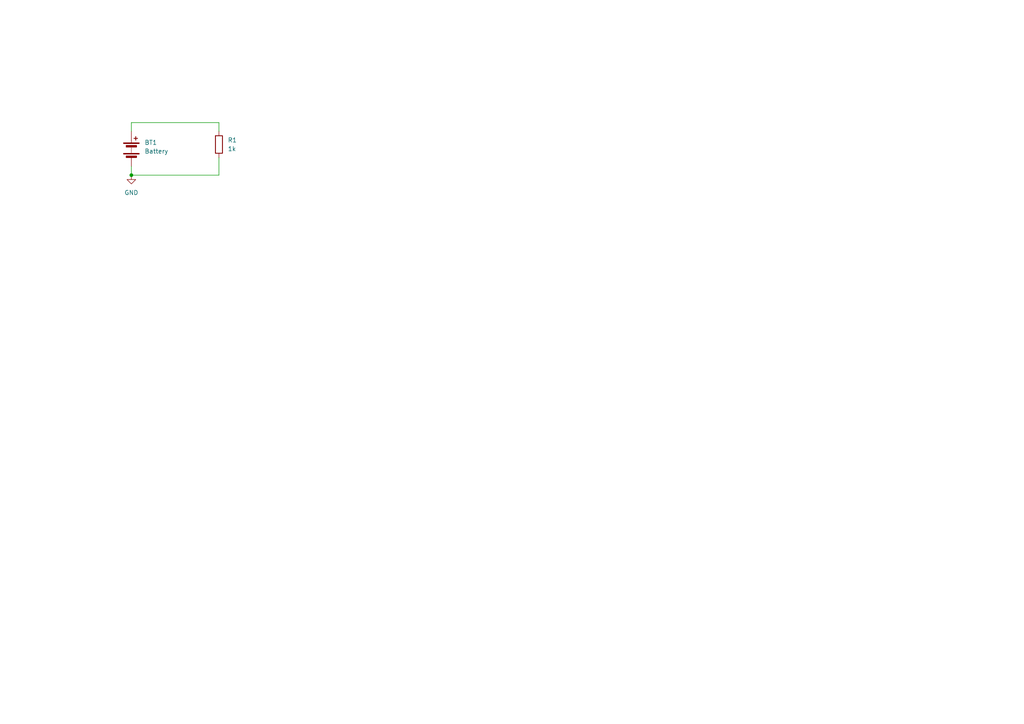
<source format=kicad_sch>
(kicad_sch
	(version 20250114)
	(generator "eeschema")
	(generator_version "9.0")
	(uuid "d13f3adc-61bf-4dad-bd39-f4c5301d7b7c")
	(paper "A4")
	(lib_symbols
		(symbol "Device:Battery"
			(pin_numbers
				(hide yes)
			)
			(pin_names
				(offset 0)
				(hide yes)
			)
			(exclude_from_sim no)
			(in_bom yes)
			(on_board yes)
			(property "Reference" "BT"
				(at 2.54 2.54 0)
				(effects
					(font
						(size 1.27 1.27)
					)
					(justify left)
				)
			)
			(property "Value" "Battery"
				(at 2.54 0 0)
				(effects
					(font
						(size 1.27 1.27)
					)
					(justify left)
				)
			)
			(property "Footprint" ""
				(at 0 1.524 90)
				(effects
					(font
						(size 1.27 1.27)
					)
					(hide yes)
				)
			)
			(property "Datasheet" "~"
				(at 0 1.524 90)
				(effects
					(font
						(size 1.27 1.27)
					)
					(hide yes)
				)
			)
			(property "Description" "Multiple-cell battery"
				(at 0 0 0)
				(effects
					(font
						(size 1.27 1.27)
					)
					(hide yes)
				)
			)
			(property "ki_keywords" "batt voltage-source cell"
				(at 0 0 0)
				(effects
					(font
						(size 1.27 1.27)
					)
					(hide yes)
				)
			)
			(symbol "Battery_0_1"
				(rectangle
					(start -2.286 1.778)
					(end 2.286 1.524)
					(stroke
						(width 0)
						(type default)
					)
					(fill
						(type outline)
					)
				)
				(rectangle
					(start -2.286 -1.27)
					(end 2.286 -1.524)
					(stroke
						(width 0)
						(type default)
					)
					(fill
						(type outline)
					)
				)
				(rectangle
					(start -1.524 1.016)
					(end 1.524 0.508)
					(stroke
						(width 0)
						(type default)
					)
					(fill
						(type outline)
					)
				)
				(rectangle
					(start -1.524 -2.032)
					(end 1.524 -2.54)
					(stroke
						(width 0)
						(type default)
					)
					(fill
						(type outline)
					)
				)
				(polyline
					(pts
						(xy 0 1.778) (xy 0 2.54)
					)
					(stroke
						(width 0)
						(type default)
					)
					(fill
						(type none)
					)
				)
				(polyline
					(pts
						(xy 0 0) (xy 0 0.254)
					)
					(stroke
						(width 0)
						(type default)
					)
					(fill
						(type none)
					)
				)
				(polyline
					(pts
						(xy 0 -0.508) (xy 0 -0.254)
					)
					(stroke
						(width 0)
						(type default)
					)
					(fill
						(type none)
					)
				)
				(polyline
					(pts
						(xy 0 -1.016) (xy 0 -0.762)
					)
					(stroke
						(width 0)
						(type default)
					)
					(fill
						(type none)
					)
				)
				(polyline
					(pts
						(xy 0.762 3.048) (xy 1.778 3.048)
					)
					(stroke
						(width 0.254)
						(type default)
					)
					(fill
						(type none)
					)
				)
				(polyline
					(pts
						(xy 1.27 3.556) (xy 1.27 2.54)
					)
					(stroke
						(width 0.254)
						(type default)
					)
					(fill
						(type none)
					)
				)
			)
			(symbol "Battery_1_1"
				(pin passive line
					(at 0 5.08 270)
					(length 2.54)
					(name "+"
						(effects
							(font
								(size 1.27 1.27)
							)
						)
					)
					(number "1"
						(effects
							(font
								(size 1.27 1.27)
							)
						)
					)
				)
				(pin passive line
					(at 0 -5.08 90)
					(length 2.54)
					(name "-"
						(effects
							(font
								(size 1.27 1.27)
							)
						)
					)
					(number "2"
						(effects
							(font
								(size 1.27 1.27)
							)
						)
					)
				)
			)
			(embedded_fonts no)
		)
		(symbol "Device:R"
			(pin_numbers
				(hide yes)
			)
			(pin_names
				(offset 0)
			)
			(exclude_from_sim no)
			(in_bom yes)
			(on_board yes)
			(property "Reference" "R"
				(at 2.032 0 90)
				(effects
					(font
						(size 1.27 1.27)
					)
				)
			)
			(property "Value" "R"
				(at 0 0 90)
				(effects
					(font
						(size 1.27 1.27)
					)
				)
			)
			(property "Footprint" ""
				(at -1.778 0 90)
				(effects
					(font
						(size 1.27 1.27)
					)
					(hide yes)
				)
			)
			(property "Datasheet" "~"
				(at 0 0 0)
				(effects
					(font
						(size 1.27 1.27)
					)
					(hide yes)
				)
			)
			(property "Description" "Resistor"
				(at 0 0 0)
				(effects
					(font
						(size 1.27 1.27)
					)
					(hide yes)
				)
			)
			(property "ki_keywords" "R res resistor"
				(at 0 0 0)
				(effects
					(font
						(size 1.27 1.27)
					)
					(hide yes)
				)
			)
			(property "ki_fp_filters" "R_*"
				(at 0 0 0)
				(effects
					(font
						(size 1.27 1.27)
					)
					(hide yes)
				)
			)
			(symbol "R_0_1"
				(rectangle
					(start -1.016 -2.54)
					(end 1.016 2.54)
					(stroke
						(width 0.254)
						(type default)
					)
					(fill
						(type none)
					)
				)
			)
			(symbol "R_1_1"
				(pin passive line
					(at 0 3.81 270)
					(length 1.27)
					(name "~"
						(effects
							(font
								(size 1.27 1.27)
							)
						)
					)
					(number "1"
						(effects
							(font
								(size 1.27 1.27)
							)
						)
					)
				)
				(pin passive line
					(at 0 -3.81 90)
					(length 1.27)
					(name "~"
						(effects
							(font
								(size 1.27 1.27)
							)
						)
					)
					(number "2"
						(effects
							(font
								(size 1.27 1.27)
							)
						)
					)
				)
			)
			(embedded_fonts no)
		)
		(symbol "power:GND"
			(power)
			(pin_numbers
				(hide yes)
			)
			(pin_names
				(offset 0)
				(hide yes)
			)
			(exclude_from_sim no)
			(in_bom yes)
			(on_board yes)
			(property "Reference" "#PWR"
				(at 0 -6.35 0)
				(effects
					(font
						(size 1.27 1.27)
					)
					(hide yes)
				)
			)
			(property "Value" "GND"
				(at 0 -3.81 0)
				(effects
					(font
						(size 1.27 1.27)
					)
				)
			)
			(property "Footprint" ""
				(at 0 0 0)
				(effects
					(font
						(size 1.27 1.27)
					)
					(hide yes)
				)
			)
			(property "Datasheet" ""
				(at 0 0 0)
				(effects
					(font
						(size 1.27 1.27)
					)
					(hide yes)
				)
			)
			(property "Description" "Power symbol creates a global label with name \"GND\" , ground"
				(at 0 0 0)
				(effects
					(font
						(size 1.27 1.27)
					)
					(hide yes)
				)
			)
			(property "ki_keywords" "global power"
				(at 0 0 0)
				(effects
					(font
						(size 1.27 1.27)
					)
					(hide yes)
				)
			)
			(symbol "GND_0_1"
				(polyline
					(pts
						(xy 0 0) (xy 0 -1.27) (xy 1.27 -1.27) (xy 0 -2.54) (xy -1.27 -1.27) (xy 0 -1.27)
					)
					(stroke
						(width 0)
						(type default)
					)
					(fill
						(type none)
					)
				)
			)
			(symbol "GND_1_1"
				(pin power_in line
					(at 0 0 270)
					(length 0)
					(name "~"
						(effects
							(font
								(size 1.27 1.27)
							)
						)
					)
					(number "1"
						(effects
							(font
								(size 1.27 1.27)
							)
						)
					)
				)
			)
			(embedded_fonts no)
		)
	)
	(junction
		(at 38.1 50.8)
		(diameter 0)
		(color 0 0 0 0)
		(uuid "890f8c14-ddc1-496b-9b86-d48a6ea7a349")
	)
	(wire
		(pts
			(xy 38.1 35.56) (xy 63.5 35.56)
		)
		(stroke
			(width 0)
			(type default)
		)
		(uuid "04834518-b3d5-47e1-82a5-b93c2b223dd2")
	)
	(wire
		(pts
			(xy 38.1 50.8) (xy 63.5 50.8)
		)
		(stroke
			(width 0)
			(type default)
		)
		(uuid "2ce0baad-f3f2-4d67-9669-7318fb7428e3")
	)
	(wire
		(pts
			(xy 38.1 38.1) (xy 38.1 35.56)
		)
		(stroke
			(width 0)
			(type default)
		)
		(uuid "5204079f-3b44-44d4-84be-ab0a9e03f047")
	)
	(wire
		(pts
			(xy 63.5 35.56) (xy 63.5 38.1)
		)
		(stroke
			(width 0)
			(type default)
		)
		(uuid "cd2abe42-9537-49bc-896c-00ec28490d6e")
	)
	(wire
		(pts
			(xy 63.5 50.8) (xy 63.5 45.72)
		)
		(stroke
			(width 0)
			(type default)
		)
		(uuid "eb1ed90f-9f41-4b4b-af11-6405942ae3ee")
	)
	(wire
		(pts
			(xy 38.1 48.26) (xy 38.1 50.8)
		)
		(stroke
			(width 0)
			(type default)
		)
		(uuid "fa4f049a-7350-4ba7-875b-3e3f9e3f4cfb")
	)
	(symbol
		(lib_id "Device:Battery")
		(at 38.1 43.18 0)
		(unit 1)
		(exclude_from_sim no)
		(in_bom yes)
		(on_board yes)
		(dnp no)
		(fields_autoplaced yes)
		(uuid "126831a2-1213-40e2-9fc8-56949895477c")
		(property "Reference" "BT1"
			(at 41.91 41.3385 0)
			(effects
				(font
					(size 1.27 1.27)
				)
				(justify left)
			)
		)
		(property "Value" "Battery"
			(at 41.91 43.8785 0)
			(effects
				(font
					(size 1.27 1.27)
				)
				(justify left)
			)
		)
		(property "Footprint" "Connector_PinHeader_2.54mm:PinHeader_1x02_P2.54mm_Vertical"
			(at 38.1 41.656 90)
			(effects
				(font
					(size 1.27 1.27)
				)
				(hide yes)
			)
		)
		(property "Datasheet" "~"
			(at 38.1 41.656 90)
			(effects
				(font
					(size 1.27 1.27)
				)
				(hide yes)
			)
		)
		(property "Description" "Multiple-cell battery"
			(at 38.1 43.18 0)
			(effects
				(font
					(size 1.27 1.27)
				)
				(hide yes)
			)
		)
		(pin "2"
			(uuid "10271cab-53f9-4597-b41b-35754150f783")
		)
		(pin "1"
			(uuid "38a5bad0-3909-48b8-a8fd-c350095436ac")
		)
		(instances
			(project ""
				(path "/d13f3adc-61bf-4dad-bd39-f4c5301d7b7c"
					(reference "BT1")
					(unit 1)
				)
			)
		)
	)
	(symbol
		(lib_id "Device:R")
		(at 63.5 41.91 0)
		(unit 1)
		(exclude_from_sim no)
		(in_bom yes)
		(on_board yes)
		(dnp no)
		(fields_autoplaced yes)
		(uuid "3174a479-c4fb-4c3f-9767-c627dceedd65")
		(property "Reference" "R1"
			(at 66.04 40.64 0)
			(effects
				(font
					(size 1.27 1.27)
				)
				(justify left)
			)
		)
		(property "Value" "1k"
			(at 66.04 43.18 0)
			(effects
				(font
					(size 1.27 1.27)
				)
				(justify left)
			)
		)
		(property "Footprint" "Resistor_SMD:R_0603_1608Metric_Pad0.98x0.95mm_HandSolder"
			(at 61.722 41.91 90)
			(effects
				(font
					(size 1.27 1.27)
				)
				(hide yes)
			)
		)
		(property "Datasheet" "~"
			(at 63.5 41.91 0)
			(effects
				(font
					(size 1.27 1.27)
				)
				(hide yes)
			)
		)
		(property "Description" "Resistor"
			(at 63.5 41.91 0)
			(effects
				(font
					(size 1.27 1.27)
				)
				(hide yes)
			)
		)
		(pin "2"
			(uuid "cc5434aa-1d44-460b-bf94-9deb2b79a17f")
		)
		(pin "1"
			(uuid "081e390b-18bb-47de-bd91-3393647741d8")
		)
		(instances
			(project ""
				(path "/d13f3adc-61bf-4dad-bd39-f4c5301d7b7c"
					(reference "R1")
					(unit 1)
				)
			)
		)
	)
	(symbol
		(lib_id "power:GND")
		(at 38.1 50.8 0)
		(unit 1)
		(exclude_from_sim no)
		(in_bom yes)
		(on_board yes)
		(dnp no)
		(fields_autoplaced yes)
		(uuid "4ad2c752-27ad-428a-a86d-041e305e519f")
		(property "Reference" "#PWR01"
			(at 38.1 57.15 0)
			(effects
				(font
					(size 1.27 1.27)
				)
				(hide yes)
			)
		)
		(property "Value" "GND"
			(at 38.1 55.88 0)
			(effects
				(font
					(size 1.27 1.27)
				)
			)
		)
		(property "Footprint" ""
			(at 38.1 50.8 0)
			(effects
				(font
					(size 1.27 1.27)
				)
				(hide yes)
			)
		)
		(property "Datasheet" ""
			(at 38.1 50.8 0)
			(effects
				(font
					(size 1.27 1.27)
				)
				(hide yes)
			)
		)
		(property "Description" "Power symbol creates a global label with name \"GND\" , ground"
			(at 38.1 50.8 0)
			(effects
				(font
					(size 1.27 1.27)
				)
				(hide yes)
			)
		)
		(pin "1"
			(uuid "ea3ef676-cdf8-4708-8e35-e2568c98fa70")
		)
		(instances
			(project ""
				(path "/d13f3adc-61bf-4dad-bd39-f4c5301d7b7c"
					(reference "#PWR01")
					(unit 1)
				)
			)
		)
	)
	(sheet_instances
		(path "/"
			(page "1")
		)
	)
	(embedded_fonts no)
)

</source>
